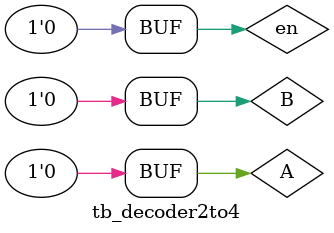
<source format=v>
`timescale 1ns / 1ps


module tb_decoder2to4;

	// Inputs
	reg A;
	reg B;
	reg en;

	// Outputs
	wire Y3;
	wire Y2;
	wire Y1;
	wire Y0;

	// Instantiate the Unit Under Test (UUT)
	decoder2to4 uut (
		.Y3(Y3), 
		.Y2(Y2), 
		.Y1(Y1), 
		.Y0(Y0), 
		.A(A), 
		.B(B), 
		.en(en)
	);

	initial begin
		// Initialize Inputs
		A = 0;
		B = 0;
		en = 0;

		// Wait 100 ns for global reset to finish
		#100;
        
		// Add stimulus here

	end
      
endmodule


</source>
